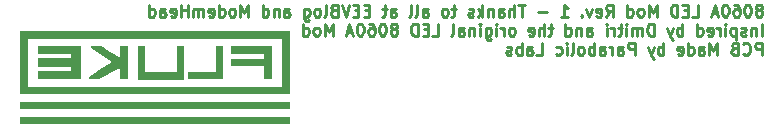
<source format=gbr>
%TF.GenerationSoftware,KiCad,Pcbnew,8.0.5*%
%TF.CreationDate,2024-09-28T22:07:55-04:00*%
%TF.ProjectId,Fluke_LCD,466c756b-655f-44c4-9344-2e6b69636164,rev?*%
%TF.SameCoordinates,Original*%
%TF.FileFunction,Legend,Bot*%
%TF.FilePolarity,Positive*%
%FSLAX46Y46*%
G04 Gerber Fmt 4.6, Leading zero omitted, Abs format (unit mm)*
G04 Created by KiCad (PCBNEW 8.0.5) date 2024-09-28 22:07:55*
%MOMM*%
%LPD*%
G01*
G04 APERTURE LIST*
%ADD10C,0.250000*%
%ADD11C,0.000000*%
G04 APERTURE END LIST*
D10*
X243404574Y-126903302D02*
X243499812Y-126855683D01*
X243499812Y-126855683D02*
X243547431Y-126808064D01*
X243547431Y-126808064D02*
X243595050Y-126712826D01*
X243595050Y-126712826D02*
X243595050Y-126665207D01*
X243595050Y-126665207D02*
X243547431Y-126569969D01*
X243547431Y-126569969D02*
X243499812Y-126522350D01*
X243499812Y-126522350D02*
X243404574Y-126474731D01*
X243404574Y-126474731D02*
X243214098Y-126474731D01*
X243214098Y-126474731D02*
X243118860Y-126522350D01*
X243118860Y-126522350D02*
X243071241Y-126569969D01*
X243071241Y-126569969D02*
X243023622Y-126665207D01*
X243023622Y-126665207D02*
X243023622Y-126712826D01*
X243023622Y-126712826D02*
X243071241Y-126808064D01*
X243071241Y-126808064D02*
X243118860Y-126855683D01*
X243118860Y-126855683D02*
X243214098Y-126903302D01*
X243214098Y-126903302D02*
X243404574Y-126903302D01*
X243404574Y-126903302D02*
X243499812Y-126950921D01*
X243499812Y-126950921D02*
X243547431Y-126998540D01*
X243547431Y-126998540D02*
X243595050Y-127093778D01*
X243595050Y-127093778D02*
X243595050Y-127284254D01*
X243595050Y-127284254D02*
X243547431Y-127379492D01*
X243547431Y-127379492D02*
X243499812Y-127427112D01*
X243499812Y-127427112D02*
X243404574Y-127474731D01*
X243404574Y-127474731D02*
X243214098Y-127474731D01*
X243214098Y-127474731D02*
X243118860Y-127427112D01*
X243118860Y-127427112D02*
X243071241Y-127379492D01*
X243071241Y-127379492D02*
X243023622Y-127284254D01*
X243023622Y-127284254D02*
X243023622Y-127093778D01*
X243023622Y-127093778D02*
X243071241Y-126998540D01*
X243071241Y-126998540D02*
X243118860Y-126950921D01*
X243118860Y-126950921D02*
X243214098Y-126903302D01*
X242404574Y-126474731D02*
X242309336Y-126474731D01*
X242309336Y-126474731D02*
X242214098Y-126522350D01*
X242214098Y-126522350D02*
X242166479Y-126569969D01*
X242166479Y-126569969D02*
X242118860Y-126665207D01*
X242118860Y-126665207D02*
X242071241Y-126855683D01*
X242071241Y-126855683D02*
X242071241Y-127093778D01*
X242071241Y-127093778D02*
X242118860Y-127284254D01*
X242118860Y-127284254D02*
X242166479Y-127379492D01*
X242166479Y-127379492D02*
X242214098Y-127427112D01*
X242214098Y-127427112D02*
X242309336Y-127474731D01*
X242309336Y-127474731D02*
X242404574Y-127474731D01*
X242404574Y-127474731D02*
X242499812Y-127427112D01*
X242499812Y-127427112D02*
X242547431Y-127379492D01*
X242547431Y-127379492D02*
X242595050Y-127284254D01*
X242595050Y-127284254D02*
X242642669Y-127093778D01*
X242642669Y-127093778D02*
X242642669Y-126855683D01*
X242642669Y-126855683D02*
X242595050Y-126665207D01*
X242595050Y-126665207D02*
X242547431Y-126569969D01*
X242547431Y-126569969D02*
X242499812Y-126522350D01*
X242499812Y-126522350D02*
X242404574Y-126474731D01*
X241214098Y-126474731D02*
X241404574Y-126474731D01*
X241404574Y-126474731D02*
X241499812Y-126522350D01*
X241499812Y-126522350D02*
X241547431Y-126569969D01*
X241547431Y-126569969D02*
X241642669Y-126712826D01*
X241642669Y-126712826D02*
X241690288Y-126903302D01*
X241690288Y-126903302D02*
X241690288Y-127284254D01*
X241690288Y-127284254D02*
X241642669Y-127379492D01*
X241642669Y-127379492D02*
X241595050Y-127427112D01*
X241595050Y-127427112D02*
X241499812Y-127474731D01*
X241499812Y-127474731D02*
X241309336Y-127474731D01*
X241309336Y-127474731D02*
X241214098Y-127427112D01*
X241214098Y-127427112D02*
X241166479Y-127379492D01*
X241166479Y-127379492D02*
X241118860Y-127284254D01*
X241118860Y-127284254D02*
X241118860Y-127046159D01*
X241118860Y-127046159D02*
X241166479Y-126950921D01*
X241166479Y-126950921D02*
X241214098Y-126903302D01*
X241214098Y-126903302D02*
X241309336Y-126855683D01*
X241309336Y-126855683D02*
X241499812Y-126855683D01*
X241499812Y-126855683D02*
X241595050Y-126903302D01*
X241595050Y-126903302D02*
X241642669Y-126950921D01*
X241642669Y-126950921D02*
X241690288Y-127046159D01*
X240499812Y-126474731D02*
X240404574Y-126474731D01*
X240404574Y-126474731D02*
X240309336Y-126522350D01*
X240309336Y-126522350D02*
X240261717Y-126569969D01*
X240261717Y-126569969D02*
X240214098Y-126665207D01*
X240214098Y-126665207D02*
X240166479Y-126855683D01*
X240166479Y-126855683D02*
X240166479Y-127093778D01*
X240166479Y-127093778D02*
X240214098Y-127284254D01*
X240214098Y-127284254D02*
X240261717Y-127379492D01*
X240261717Y-127379492D02*
X240309336Y-127427112D01*
X240309336Y-127427112D02*
X240404574Y-127474731D01*
X240404574Y-127474731D02*
X240499812Y-127474731D01*
X240499812Y-127474731D02*
X240595050Y-127427112D01*
X240595050Y-127427112D02*
X240642669Y-127379492D01*
X240642669Y-127379492D02*
X240690288Y-127284254D01*
X240690288Y-127284254D02*
X240737907Y-127093778D01*
X240737907Y-127093778D02*
X240737907Y-126855683D01*
X240737907Y-126855683D02*
X240690288Y-126665207D01*
X240690288Y-126665207D02*
X240642669Y-126569969D01*
X240642669Y-126569969D02*
X240595050Y-126522350D01*
X240595050Y-126522350D02*
X240499812Y-126474731D01*
X239785526Y-127189016D02*
X239309336Y-127189016D01*
X239880764Y-127474731D02*
X239547431Y-126474731D01*
X239547431Y-126474731D02*
X239214098Y-127474731D01*
X237642669Y-127474731D02*
X238118859Y-127474731D01*
X238118859Y-127474731D02*
X238118859Y-126474731D01*
X237309335Y-126950921D02*
X236976002Y-126950921D01*
X236833145Y-127474731D02*
X237309335Y-127474731D01*
X237309335Y-127474731D02*
X237309335Y-126474731D01*
X237309335Y-126474731D02*
X236833145Y-126474731D01*
X236404573Y-127474731D02*
X236404573Y-126474731D01*
X236404573Y-126474731D02*
X236166478Y-126474731D01*
X236166478Y-126474731D02*
X236023621Y-126522350D01*
X236023621Y-126522350D02*
X235928383Y-126617588D01*
X235928383Y-126617588D02*
X235880764Y-126712826D01*
X235880764Y-126712826D02*
X235833145Y-126903302D01*
X235833145Y-126903302D02*
X235833145Y-127046159D01*
X235833145Y-127046159D02*
X235880764Y-127236635D01*
X235880764Y-127236635D02*
X235928383Y-127331873D01*
X235928383Y-127331873D02*
X236023621Y-127427112D01*
X236023621Y-127427112D02*
X236166478Y-127474731D01*
X236166478Y-127474731D02*
X236404573Y-127474731D01*
X234642668Y-127474731D02*
X234642668Y-126474731D01*
X234642668Y-126474731D02*
X234309335Y-127189016D01*
X234309335Y-127189016D02*
X233976002Y-126474731D01*
X233976002Y-126474731D02*
X233976002Y-127474731D01*
X233356954Y-127474731D02*
X233452192Y-127427112D01*
X233452192Y-127427112D02*
X233499811Y-127379492D01*
X233499811Y-127379492D02*
X233547430Y-127284254D01*
X233547430Y-127284254D02*
X233547430Y-126998540D01*
X233547430Y-126998540D02*
X233499811Y-126903302D01*
X233499811Y-126903302D02*
X233452192Y-126855683D01*
X233452192Y-126855683D02*
X233356954Y-126808064D01*
X233356954Y-126808064D02*
X233214097Y-126808064D01*
X233214097Y-126808064D02*
X233118859Y-126855683D01*
X233118859Y-126855683D02*
X233071240Y-126903302D01*
X233071240Y-126903302D02*
X233023621Y-126998540D01*
X233023621Y-126998540D02*
X233023621Y-127284254D01*
X233023621Y-127284254D02*
X233071240Y-127379492D01*
X233071240Y-127379492D02*
X233118859Y-127427112D01*
X233118859Y-127427112D02*
X233214097Y-127474731D01*
X233214097Y-127474731D02*
X233356954Y-127474731D01*
X232166478Y-127474731D02*
X232166478Y-126474731D01*
X232166478Y-127427112D02*
X232261716Y-127474731D01*
X232261716Y-127474731D02*
X232452192Y-127474731D01*
X232452192Y-127474731D02*
X232547430Y-127427112D01*
X232547430Y-127427112D02*
X232595049Y-127379492D01*
X232595049Y-127379492D02*
X232642668Y-127284254D01*
X232642668Y-127284254D02*
X232642668Y-126998540D01*
X232642668Y-126998540D02*
X232595049Y-126903302D01*
X232595049Y-126903302D02*
X232547430Y-126855683D01*
X232547430Y-126855683D02*
X232452192Y-126808064D01*
X232452192Y-126808064D02*
X232261716Y-126808064D01*
X232261716Y-126808064D02*
X232166478Y-126855683D01*
X230356954Y-127474731D02*
X230690287Y-126998540D01*
X230928382Y-127474731D02*
X230928382Y-126474731D01*
X230928382Y-126474731D02*
X230547430Y-126474731D01*
X230547430Y-126474731D02*
X230452192Y-126522350D01*
X230452192Y-126522350D02*
X230404573Y-126569969D01*
X230404573Y-126569969D02*
X230356954Y-126665207D01*
X230356954Y-126665207D02*
X230356954Y-126808064D01*
X230356954Y-126808064D02*
X230404573Y-126903302D01*
X230404573Y-126903302D02*
X230452192Y-126950921D01*
X230452192Y-126950921D02*
X230547430Y-126998540D01*
X230547430Y-126998540D02*
X230928382Y-126998540D01*
X229547430Y-127427112D02*
X229642668Y-127474731D01*
X229642668Y-127474731D02*
X229833144Y-127474731D01*
X229833144Y-127474731D02*
X229928382Y-127427112D01*
X229928382Y-127427112D02*
X229976001Y-127331873D01*
X229976001Y-127331873D02*
X229976001Y-126950921D01*
X229976001Y-126950921D02*
X229928382Y-126855683D01*
X229928382Y-126855683D02*
X229833144Y-126808064D01*
X229833144Y-126808064D02*
X229642668Y-126808064D01*
X229642668Y-126808064D02*
X229547430Y-126855683D01*
X229547430Y-126855683D02*
X229499811Y-126950921D01*
X229499811Y-126950921D02*
X229499811Y-127046159D01*
X229499811Y-127046159D02*
X229976001Y-127141397D01*
X229166477Y-126808064D02*
X228928382Y-127474731D01*
X228928382Y-127474731D02*
X228690287Y-126808064D01*
X228309334Y-127379492D02*
X228261715Y-127427112D01*
X228261715Y-127427112D02*
X228309334Y-127474731D01*
X228309334Y-127474731D02*
X228356953Y-127427112D01*
X228356953Y-127427112D02*
X228309334Y-127379492D01*
X228309334Y-127379492D02*
X228309334Y-127474731D01*
X226547430Y-127474731D02*
X227118858Y-127474731D01*
X226833144Y-127474731D02*
X226833144Y-126474731D01*
X226833144Y-126474731D02*
X226928382Y-126617588D01*
X226928382Y-126617588D02*
X227023620Y-126712826D01*
X227023620Y-126712826D02*
X227118858Y-126760445D01*
X225356953Y-127093778D02*
X224595049Y-127093778D01*
X223499810Y-126474731D02*
X222928382Y-126474731D01*
X223214096Y-127474731D02*
X223214096Y-126474731D01*
X222595048Y-127474731D02*
X222595048Y-126474731D01*
X222166477Y-127474731D02*
X222166477Y-126950921D01*
X222166477Y-126950921D02*
X222214096Y-126855683D01*
X222214096Y-126855683D02*
X222309334Y-126808064D01*
X222309334Y-126808064D02*
X222452191Y-126808064D01*
X222452191Y-126808064D02*
X222547429Y-126855683D01*
X222547429Y-126855683D02*
X222595048Y-126903302D01*
X221261715Y-127474731D02*
X221261715Y-126950921D01*
X221261715Y-126950921D02*
X221309334Y-126855683D01*
X221309334Y-126855683D02*
X221404572Y-126808064D01*
X221404572Y-126808064D02*
X221595048Y-126808064D01*
X221595048Y-126808064D02*
X221690286Y-126855683D01*
X221261715Y-127427112D02*
X221356953Y-127474731D01*
X221356953Y-127474731D02*
X221595048Y-127474731D01*
X221595048Y-127474731D02*
X221690286Y-127427112D01*
X221690286Y-127427112D02*
X221737905Y-127331873D01*
X221737905Y-127331873D02*
X221737905Y-127236635D01*
X221737905Y-127236635D02*
X221690286Y-127141397D01*
X221690286Y-127141397D02*
X221595048Y-127093778D01*
X221595048Y-127093778D02*
X221356953Y-127093778D01*
X221356953Y-127093778D02*
X221261715Y-127046159D01*
X220785524Y-126808064D02*
X220785524Y-127474731D01*
X220785524Y-126903302D02*
X220737905Y-126855683D01*
X220737905Y-126855683D02*
X220642667Y-126808064D01*
X220642667Y-126808064D02*
X220499810Y-126808064D01*
X220499810Y-126808064D02*
X220404572Y-126855683D01*
X220404572Y-126855683D02*
X220356953Y-126950921D01*
X220356953Y-126950921D02*
X220356953Y-127474731D01*
X219880762Y-127474731D02*
X219880762Y-126474731D01*
X219785524Y-127093778D02*
X219499810Y-127474731D01*
X219499810Y-126808064D02*
X219880762Y-127189016D01*
X219118857Y-127427112D02*
X219023619Y-127474731D01*
X219023619Y-127474731D02*
X218833143Y-127474731D01*
X218833143Y-127474731D02*
X218737905Y-127427112D01*
X218737905Y-127427112D02*
X218690286Y-127331873D01*
X218690286Y-127331873D02*
X218690286Y-127284254D01*
X218690286Y-127284254D02*
X218737905Y-127189016D01*
X218737905Y-127189016D02*
X218833143Y-127141397D01*
X218833143Y-127141397D02*
X218976000Y-127141397D01*
X218976000Y-127141397D02*
X219071238Y-127093778D01*
X219071238Y-127093778D02*
X219118857Y-126998540D01*
X219118857Y-126998540D02*
X219118857Y-126950921D01*
X219118857Y-126950921D02*
X219071238Y-126855683D01*
X219071238Y-126855683D02*
X218976000Y-126808064D01*
X218976000Y-126808064D02*
X218833143Y-126808064D01*
X218833143Y-126808064D02*
X218737905Y-126855683D01*
X217642666Y-126808064D02*
X217261714Y-126808064D01*
X217499809Y-126474731D02*
X217499809Y-127331873D01*
X217499809Y-127331873D02*
X217452190Y-127427112D01*
X217452190Y-127427112D02*
X217356952Y-127474731D01*
X217356952Y-127474731D02*
X217261714Y-127474731D01*
X216785523Y-127474731D02*
X216880761Y-127427112D01*
X216880761Y-127427112D02*
X216928380Y-127379492D01*
X216928380Y-127379492D02*
X216975999Y-127284254D01*
X216975999Y-127284254D02*
X216975999Y-126998540D01*
X216975999Y-126998540D02*
X216928380Y-126903302D01*
X216928380Y-126903302D02*
X216880761Y-126855683D01*
X216880761Y-126855683D02*
X216785523Y-126808064D01*
X216785523Y-126808064D02*
X216642666Y-126808064D01*
X216642666Y-126808064D02*
X216547428Y-126855683D01*
X216547428Y-126855683D02*
X216499809Y-126903302D01*
X216499809Y-126903302D02*
X216452190Y-126998540D01*
X216452190Y-126998540D02*
X216452190Y-127284254D01*
X216452190Y-127284254D02*
X216499809Y-127379492D01*
X216499809Y-127379492D02*
X216547428Y-127427112D01*
X216547428Y-127427112D02*
X216642666Y-127474731D01*
X216642666Y-127474731D02*
X216785523Y-127474731D01*
X214833142Y-127474731D02*
X214833142Y-126950921D01*
X214833142Y-126950921D02*
X214880761Y-126855683D01*
X214880761Y-126855683D02*
X214975999Y-126808064D01*
X214975999Y-126808064D02*
X215166475Y-126808064D01*
X215166475Y-126808064D02*
X215261713Y-126855683D01*
X214833142Y-127427112D02*
X214928380Y-127474731D01*
X214928380Y-127474731D02*
X215166475Y-127474731D01*
X215166475Y-127474731D02*
X215261713Y-127427112D01*
X215261713Y-127427112D02*
X215309332Y-127331873D01*
X215309332Y-127331873D02*
X215309332Y-127236635D01*
X215309332Y-127236635D02*
X215261713Y-127141397D01*
X215261713Y-127141397D02*
X215166475Y-127093778D01*
X215166475Y-127093778D02*
X214928380Y-127093778D01*
X214928380Y-127093778D02*
X214833142Y-127046159D01*
X214214094Y-127474731D02*
X214309332Y-127427112D01*
X214309332Y-127427112D02*
X214356951Y-127331873D01*
X214356951Y-127331873D02*
X214356951Y-126474731D01*
X213690284Y-127474731D02*
X213785522Y-127427112D01*
X213785522Y-127427112D02*
X213833141Y-127331873D01*
X213833141Y-127331873D02*
X213833141Y-126474731D01*
X212118855Y-127474731D02*
X212118855Y-126950921D01*
X212118855Y-126950921D02*
X212166474Y-126855683D01*
X212166474Y-126855683D02*
X212261712Y-126808064D01*
X212261712Y-126808064D02*
X212452188Y-126808064D01*
X212452188Y-126808064D02*
X212547426Y-126855683D01*
X212118855Y-127427112D02*
X212214093Y-127474731D01*
X212214093Y-127474731D02*
X212452188Y-127474731D01*
X212452188Y-127474731D02*
X212547426Y-127427112D01*
X212547426Y-127427112D02*
X212595045Y-127331873D01*
X212595045Y-127331873D02*
X212595045Y-127236635D01*
X212595045Y-127236635D02*
X212547426Y-127141397D01*
X212547426Y-127141397D02*
X212452188Y-127093778D01*
X212452188Y-127093778D02*
X212214093Y-127093778D01*
X212214093Y-127093778D02*
X212118855Y-127046159D01*
X211785521Y-126808064D02*
X211404569Y-126808064D01*
X211642664Y-126474731D02*
X211642664Y-127331873D01*
X211642664Y-127331873D02*
X211595045Y-127427112D01*
X211595045Y-127427112D02*
X211499807Y-127474731D01*
X211499807Y-127474731D02*
X211404569Y-127474731D01*
X210309330Y-126950921D02*
X209975997Y-126950921D01*
X209833140Y-127474731D02*
X210309330Y-127474731D01*
X210309330Y-127474731D02*
X210309330Y-126474731D01*
X210309330Y-126474731D02*
X209833140Y-126474731D01*
X209404568Y-126950921D02*
X209071235Y-126950921D01*
X208928378Y-127474731D02*
X209404568Y-127474731D01*
X209404568Y-127474731D02*
X209404568Y-126474731D01*
X209404568Y-126474731D02*
X208928378Y-126474731D01*
X208642663Y-126474731D02*
X208309330Y-127474731D01*
X208309330Y-127474731D02*
X207975997Y-126474731D01*
X207309330Y-126950921D02*
X207166473Y-126998540D01*
X207166473Y-126998540D02*
X207118854Y-127046159D01*
X207118854Y-127046159D02*
X207071235Y-127141397D01*
X207071235Y-127141397D02*
X207071235Y-127284254D01*
X207071235Y-127284254D02*
X207118854Y-127379492D01*
X207118854Y-127379492D02*
X207166473Y-127427112D01*
X207166473Y-127427112D02*
X207261711Y-127474731D01*
X207261711Y-127474731D02*
X207642663Y-127474731D01*
X207642663Y-127474731D02*
X207642663Y-126474731D01*
X207642663Y-126474731D02*
X207309330Y-126474731D01*
X207309330Y-126474731D02*
X207214092Y-126522350D01*
X207214092Y-126522350D02*
X207166473Y-126569969D01*
X207166473Y-126569969D02*
X207118854Y-126665207D01*
X207118854Y-126665207D02*
X207118854Y-126760445D01*
X207118854Y-126760445D02*
X207166473Y-126855683D01*
X207166473Y-126855683D02*
X207214092Y-126903302D01*
X207214092Y-126903302D02*
X207309330Y-126950921D01*
X207309330Y-126950921D02*
X207642663Y-126950921D01*
X206499806Y-127474731D02*
X206595044Y-127427112D01*
X206595044Y-127427112D02*
X206642663Y-127331873D01*
X206642663Y-127331873D02*
X206642663Y-126474731D01*
X205975996Y-127474731D02*
X206071234Y-127427112D01*
X206071234Y-127427112D02*
X206118853Y-127379492D01*
X206118853Y-127379492D02*
X206166472Y-127284254D01*
X206166472Y-127284254D02*
X206166472Y-126998540D01*
X206166472Y-126998540D02*
X206118853Y-126903302D01*
X206118853Y-126903302D02*
X206071234Y-126855683D01*
X206071234Y-126855683D02*
X205975996Y-126808064D01*
X205975996Y-126808064D02*
X205833139Y-126808064D01*
X205833139Y-126808064D02*
X205737901Y-126855683D01*
X205737901Y-126855683D02*
X205690282Y-126903302D01*
X205690282Y-126903302D02*
X205642663Y-126998540D01*
X205642663Y-126998540D02*
X205642663Y-127284254D01*
X205642663Y-127284254D02*
X205690282Y-127379492D01*
X205690282Y-127379492D02*
X205737901Y-127427112D01*
X205737901Y-127427112D02*
X205833139Y-127474731D01*
X205833139Y-127474731D02*
X205975996Y-127474731D01*
X204785520Y-126808064D02*
X204785520Y-127617588D01*
X204785520Y-127617588D02*
X204833139Y-127712826D01*
X204833139Y-127712826D02*
X204880758Y-127760445D01*
X204880758Y-127760445D02*
X204975996Y-127808064D01*
X204975996Y-127808064D02*
X205118853Y-127808064D01*
X205118853Y-127808064D02*
X205214091Y-127760445D01*
X204785520Y-127427112D02*
X204880758Y-127474731D01*
X204880758Y-127474731D02*
X205071234Y-127474731D01*
X205071234Y-127474731D02*
X205166472Y-127427112D01*
X205166472Y-127427112D02*
X205214091Y-127379492D01*
X205214091Y-127379492D02*
X205261710Y-127284254D01*
X205261710Y-127284254D02*
X205261710Y-126998540D01*
X205261710Y-126998540D02*
X205214091Y-126903302D01*
X205214091Y-126903302D02*
X205166472Y-126855683D01*
X205166472Y-126855683D02*
X205071234Y-126808064D01*
X205071234Y-126808064D02*
X204880758Y-126808064D01*
X204880758Y-126808064D02*
X204785520Y-126855683D01*
X203118853Y-127474731D02*
X203118853Y-126950921D01*
X203118853Y-126950921D02*
X203166472Y-126855683D01*
X203166472Y-126855683D02*
X203261710Y-126808064D01*
X203261710Y-126808064D02*
X203452186Y-126808064D01*
X203452186Y-126808064D02*
X203547424Y-126855683D01*
X203118853Y-127427112D02*
X203214091Y-127474731D01*
X203214091Y-127474731D02*
X203452186Y-127474731D01*
X203452186Y-127474731D02*
X203547424Y-127427112D01*
X203547424Y-127427112D02*
X203595043Y-127331873D01*
X203595043Y-127331873D02*
X203595043Y-127236635D01*
X203595043Y-127236635D02*
X203547424Y-127141397D01*
X203547424Y-127141397D02*
X203452186Y-127093778D01*
X203452186Y-127093778D02*
X203214091Y-127093778D01*
X203214091Y-127093778D02*
X203118853Y-127046159D01*
X202642662Y-126808064D02*
X202642662Y-127474731D01*
X202642662Y-126903302D02*
X202595043Y-126855683D01*
X202595043Y-126855683D02*
X202499805Y-126808064D01*
X202499805Y-126808064D02*
X202356948Y-126808064D01*
X202356948Y-126808064D02*
X202261710Y-126855683D01*
X202261710Y-126855683D02*
X202214091Y-126950921D01*
X202214091Y-126950921D02*
X202214091Y-127474731D01*
X201309329Y-127474731D02*
X201309329Y-126474731D01*
X201309329Y-127427112D02*
X201404567Y-127474731D01*
X201404567Y-127474731D02*
X201595043Y-127474731D01*
X201595043Y-127474731D02*
X201690281Y-127427112D01*
X201690281Y-127427112D02*
X201737900Y-127379492D01*
X201737900Y-127379492D02*
X201785519Y-127284254D01*
X201785519Y-127284254D02*
X201785519Y-126998540D01*
X201785519Y-126998540D02*
X201737900Y-126903302D01*
X201737900Y-126903302D02*
X201690281Y-126855683D01*
X201690281Y-126855683D02*
X201595043Y-126808064D01*
X201595043Y-126808064D02*
X201404567Y-126808064D01*
X201404567Y-126808064D02*
X201309329Y-126855683D01*
X200071233Y-127474731D02*
X200071233Y-126474731D01*
X200071233Y-126474731D02*
X199737900Y-127189016D01*
X199737900Y-127189016D02*
X199404567Y-126474731D01*
X199404567Y-126474731D02*
X199404567Y-127474731D01*
X198785519Y-127474731D02*
X198880757Y-127427112D01*
X198880757Y-127427112D02*
X198928376Y-127379492D01*
X198928376Y-127379492D02*
X198975995Y-127284254D01*
X198975995Y-127284254D02*
X198975995Y-126998540D01*
X198975995Y-126998540D02*
X198928376Y-126903302D01*
X198928376Y-126903302D02*
X198880757Y-126855683D01*
X198880757Y-126855683D02*
X198785519Y-126808064D01*
X198785519Y-126808064D02*
X198642662Y-126808064D01*
X198642662Y-126808064D02*
X198547424Y-126855683D01*
X198547424Y-126855683D02*
X198499805Y-126903302D01*
X198499805Y-126903302D02*
X198452186Y-126998540D01*
X198452186Y-126998540D02*
X198452186Y-127284254D01*
X198452186Y-127284254D02*
X198499805Y-127379492D01*
X198499805Y-127379492D02*
X198547424Y-127427112D01*
X198547424Y-127427112D02*
X198642662Y-127474731D01*
X198642662Y-127474731D02*
X198785519Y-127474731D01*
X197595043Y-127474731D02*
X197595043Y-126474731D01*
X197595043Y-127427112D02*
X197690281Y-127474731D01*
X197690281Y-127474731D02*
X197880757Y-127474731D01*
X197880757Y-127474731D02*
X197975995Y-127427112D01*
X197975995Y-127427112D02*
X198023614Y-127379492D01*
X198023614Y-127379492D02*
X198071233Y-127284254D01*
X198071233Y-127284254D02*
X198071233Y-126998540D01*
X198071233Y-126998540D02*
X198023614Y-126903302D01*
X198023614Y-126903302D02*
X197975995Y-126855683D01*
X197975995Y-126855683D02*
X197880757Y-126808064D01*
X197880757Y-126808064D02*
X197690281Y-126808064D01*
X197690281Y-126808064D02*
X197595043Y-126855683D01*
X196737900Y-127427112D02*
X196833138Y-127474731D01*
X196833138Y-127474731D02*
X197023614Y-127474731D01*
X197023614Y-127474731D02*
X197118852Y-127427112D01*
X197118852Y-127427112D02*
X197166471Y-127331873D01*
X197166471Y-127331873D02*
X197166471Y-126950921D01*
X197166471Y-126950921D02*
X197118852Y-126855683D01*
X197118852Y-126855683D02*
X197023614Y-126808064D01*
X197023614Y-126808064D02*
X196833138Y-126808064D01*
X196833138Y-126808064D02*
X196737900Y-126855683D01*
X196737900Y-126855683D02*
X196690281Y-126950921D01*
X196690281Y-126950921D02*
X196690281Y-127046159D01*
X196690281Y-127046159D02*
X197166471Y-127141397D01*
X196261709Y-127474731D02*
X196261709Y-126808064D01*
X196261709Y-126903302D02*
X196214090Y-126855683D01*
X196214090Y-126855683D02*
X196118852Y-126808064D01*
X196118852Y-126808064D02*
X195975995Y-126808064D01*
X195975995Y-126808064D02*
X195880757Y-126855683D01*
X195880757Y-126855683D02*
X195833138Y-126950921D01*
X195833138Y-126950921D02*
X195833138Y-127474731D01*
X195833138Y-126950921D02*
X195785519Y-126855683D01*
X195785519Y-126855683D02*
X195690281Y-126808064D01*
X195690281Y-126808064D02*
X195547424Y-126808064D01*
X195547424Y-126808064D02*
X195452185Y-126855683D01*
X195452185Y-126855683D02*
X195404566Y-126950921D01*
X195404566Y-126950921D02*
X195404566Y-127474731D01*
X194928376Y-127474731D02*
X194928376Y-126474731D01*
X194928376Y-126950921D02*
X194356948Y-126950921D01*
X194356948Y-127474731D02*
X194356948Y-126474731D01*
X193499805Y-127427112D02*
X193595043Y-127474731D01*
X193595043Y-127474731D02*
X193785519Y-127474731D01*
X193785519Y-127474731D02*
X193880757Y-127427112D01*
X193880757Y-127427112D02*
X193928376Y-127331873D01*
X193928376Y-127331873D02*
X193928376Y-126950921D01*
X193928376Y-126950921D02*
X193880757Y-126855683D01*
X193880757Y-126855683D02*
X193785519Y-126808064D01*
X193785519Y-126808064D02*
X193595043Y-126808064D01*
X193595043Y-126808064D02*
X193499805Y-126855683D01*
X193499805Y-126855683D02*
X193452186Y-126950921D01*
X193452186Y-126950921D02*
X193452186Y-127046159D01*
X193452186Y-127046159D02*
X193928376Y-127141397D01*
X192595043Y-127474731D02*
X192595043Y-126950921D01*
X192595043Y-126950921D02*
X192642662Y-126855683D01*
X192642662Y-126855683D02*
X192737900Y-126808064D01*
X192737900Y-126808064D02*
X192928376Y-126808064D01*
X192928376Y-126808064D02*
X193023614Y-126855683D01*
X192595043Y-127427112D02*
X192690281Y-127474731D01*
X192690281Y-127474731D02*
X192928376Y-127474731D01*
X192928376Y-127474731D02*
X193023614Y-127427112D01*
X193023614Y-127427112D02*
X193071233Y-127331873D01*
X193071233Y-127331873D02*
X193071233Y-127236635D01*
X193071233Y-127236635D02*
X193023614Y-127141397D01*
X193023614Y-127141397D02*
X192928376Y-127093778D01*
X192928376Y-127093778D02*
X192690281Y-127093778D01*
X192690281Y-127093778D02*
X192595043Y-127046159D01*
X191690281Y-127474731D02*
X191690281Y-126474731D01*
X191690281Y-127427112D02*
X191785519Y-127474731D01*
X191785519Y-127474731D02*
X191975995Y-127474731D01*
X191975995Y-127474731D02*
X192071233Y-127427112D01*
X192071233Y-127427112D02*
X192118852Y-127379492D01*
X192118852Y-127379492D02*
X192166471Y-127284254D01*
X192166471Y-127284254D02*
X192166471Y-126998540D01*
X192166471Y-126998540D02*
X192118852Y-126903302D01*
X192118852Y-126903302D02*
X192071233Y-126855683D01*
X192071233Y-126855683D02*
X191975995Y-126808064D01*
X191975995Y-126808064D02*
X191785519Y-126808064D01*
X191785519Y-126808064D02*
X191690281Y-126855683D01*
X243547431Y-129084675D02*
X243547431Y-128084675D01*
X243071241Y-128418008D02*
X243071241Y-129084675D01*
X243071241Y-128513246D02*
X243023622Y-128465627D01*
X243023622Y-128465627D02*
X242928384Y-128418008D01*
X242928384Y-128418008D02*
X242785527Y-128418008D01*
X242785527Y-128418008D02*
X242690289Y-128465627D01*
X242690289Y-128465627D02*
X242642670Y-128560865D01*
X242642670Y-128560865D02*
X242642670Y-129084675D01*
X242214098Y-129037056D02*
X242118860Y-129084675D01*
X242118860Y-129084675D02*
X241928384Y-129084675D01*
X241928384Y-129084675D02*
X241833146Y-129037056D01*
X241833146Y-129037056D02*
X241785527Y-128941817D01*
X241785527Y-128941817D02*
X241785527Y-128894198D01*
X241785527Y-128894198D02*
X241833146Y-128798960D01*
X241833146Y-128798960D02*
X241928384Y-128751341D01*
X241928384Y-128751341D02*
X242071241Y-128751341D01*
X242071241Y-128751341D02*
X242166479Y-128703722D01*
X242166479Y-128703722D02*
X242214098Y-128608484D01*
X242214098Y-128608484D02*
X242214098Y-128560865D01*
X242214098Y-128560865D02*
X242166479Y-128465627D01*
X242166479Y-128465627D02*
X242071241Y-128418008D01*
X242071241Y-128418008D02*
X241928384Y-128418008D01*
X241928384Y-128418008D02*
X241833146Y-128465627D01*
X241356955Y-128418008D02*
X241356955Y-129418008D01*
X241356955Y-128465627D02*
X241261717Y-128418008D01*
X241261717Y-128418008D02*
X241071241Y-128418008D01*
X241071241Y-128418008D02*
X240976003Y-128465627D01*
X240976003Y-128465627D02*
X240928384Y-128513246D01*
X240928384Y-128513246D02*
X240880765Y-128608484D01*
X240880765Y-128608484D02*
X240880765Y-128894198D01*
X240880765Y-128894198D02*
X240928384Y-128989436D01*
X240928384Y-128989436D02*
X240976003Y-129037056D01*
X240976003Y-129037056D02*
X241071241Y-129084675D01*
X241071241Y-129084675D02*
X241261717Y-129084675D01*
X241261717Y-129084675D02*
X241356955Y-129037056D01*
X240452193Y-129084675D02*
X240452193Y-128418008D01*
X240452193Y-128084675D02*
X240499812Y-128132294D01*
X240499812Y-128132294D02*
X240452193Y-128179913D01*
X240452193Y-128179913D02*
X240404574Y-128132294D01*
X240404574Y-128132294D02*
X240452193Y-128084675D01*
X240452193Y-128084675D02*
X240452193Y-128179913D01*
X239976003Y-129084675D02*
X239976003Y-128418008D01*
X239976003Y-128608484D02*
X239928384Y-128513246D01*
X239928384Y-128513246D02*
X239880765Y-128465627D01*
X239880765Y-128465627D02*
X239785527Y-128418008D01*
X239785527Y-128418008D02*
X239690289Y-128418008D01*
X238976003Y-129037056D02*
X239071241Y-129084675D01*
X239071241Y-129084675D02*
X239261717Y-129084675D01*
X239261717Y-129084675D02*
X239356955Y-129037056D01*
X239356955Y-129037056D02*
X239404574Y-128941817D01*
X239404574Y-128941817D02*
X239404574Y-128560865D01*
X239404574Y-128560865D02*
X239356955Y-128465627D01*
X239356955Y-128465627D02*
X239261717Y-128418008D01*
X239261717Y-128418008D02*
X239071241Y-128418008D01*
X239071241Y-128418008D02*
X238976003Y-128465627D01*
X238976003Y-128465627D02*
X238928384Y-128560865D01*
X238928384Y-128560865D02*
X238928384Y-128656103D01*
X238928384Y-128656103D02*
X239404574Y-128751341D01*
X238071241Y-129084675D02*
X238071241Y-128084675D01*
X238071241Y-129037056D02*
X238166479Y-129084675D01*
X238166479Y-129084675D02*
X238356955Y-129084675D01*
X238356955Y-129084675D02*
X238452193Y-129037056D01*
X238452193Y-129037056D02*
X238499812Y-128989436D01*
X238499812Y-128989436D02*
X238547431Y-128894198D01*
X238547431Y-128894198D02*
X238547431Y-128608484D01*
X238547431Y-128608484D02*
X238499812Y-128513246D01*
X238499812Y-128513246D02*
X238452193Y-128465627D01*
X238452193Y-128465627D02*
X238356955Y-128418008D01*
X238356955Y-128418008D02*
X238166479Y-128418008D01*
X238166479Y-128418008D02*
X238071241Y-128465627D01*
X236833145Y-129084675D02*
X236833145Y-128084675D01*
X236833145Y-128465627D02*
X236737907Y-128418008D01*
X236737907Y-128418008D02*
X236547431Y-128418008D01*
X236547431Y-128418008D02*
X236452193Y-128465627D01*
X236452193Y-128465627D02*
X236404574Y-128513246D01*
X236404574Y-128513246D02*
X236356955Y-128608484D01*
X236356955Y-128608484D02*
X236356955Y-128894198D01*
X236356955Y-128894198D02*
X236404574Y-128989436D01*
X236404574Y-128989436D02*
X236452193Y-129037056D01*
X236452193Y-129037056D02*
X236547431Y-129084675D01*
X236547431Y-129084675D02*
X236737907Y-129084675D01*
X236737907Y-129084675D02*
X236833145Y-129037056D01*
X236023621Y-128418008D02*
X235785526Y-129084675D01*
X235547431Y-128418008D02*
X235785526Y-129084675D01*
X235785526Y-129084675D02*
X235880764Y-129322770D01*
X235880764Y-129322770D02*
X235928383Y-129370389D01*
X235928383Y-129370389D02*
X236023621Y-129418008D01*
X234404573Y-129084675D02*
X234404573Y-128084675D01*
X234404573Y-128084675D02*
X234166478Y-128084675D01*
X234166478Y-128084675D02*
X234023621Y-128132294D01*
X234023621Y-128132294D02*
X233928383Y-128227532D01*
X233928383Y-128227532D02*
X233880764Y-128322770D01*
X233880764Y-128322770D02*
X233833145Y-128513246D01*
X233833145Y-128513246D02*
X233833145Y-128656103D01*
X233833145Y-128656103D02*
X233880764Y-128846579D01*
X233880764Y-128846579D02*
X233928383Y-128941817D01*
X233928383Y-128941817D02*
X234023621Y-129037056D01*
X234023621Y-129037056D02*
X234166478Y-129084675D01*
X234166478Y-129084675D02*
X234404573Y-129084675D01*
X233404573Y-129084675D02*
X233404573Y-128418008D01*
X233404573Y-128513246D02*
X233356954Y-128465627D01*
X233356954Y-128465627D02*
X233261716Y-128418008D01*
X233261716Y-128418008D02*
X233118859Y-128418008D01*
X233118859Y-128418008D02*
X233023621Y-128465627D01*
X233023621Y-128465627D02*
X232976002Y-128560865D01*
X232976002Y-128560865D02*
X232976002Y-129084675D01*
X232976002Y-128560865D02*
X232928383Y-128465627D01*
X232928383Y-128465627D02*
X232833145Y-128418008D01*
X232833145Y-128418008D02*
X232690288Y-128418008D01*
X232690288Y-128418008D02*
X232595049Y-128465627D01*
X232595049Y-128465627D02*
X232547430Y-128560865D01*
X232547430Y-128560865D02*
X232547430Y-129084675D01*
X232071240Y-129084675D02*
X232071240Y-128418008D01*
X232071240Y-128084675D02*
X232118859Y-128132294D01*
X232118859Y-128132294D02*
X232071240Y-128179913D01*
X232071240Y-128179913D02*
X232023621Y-128132294D01*
X232023621Y-128132294D02*
X232071240Y-128084675D01*
X232071240Y-128084675D02*
X232071240Y-128179913D01*
X231737907Y-128418008D02*
X231356955Y-128418008D01*
X231595050Y-128084675D02*
X231595050Y-128941817D01*
X231595050Y-128941817D02*
X231547431Y-129037056D01*
X231547431Y-129037056D02*
X231452193Y-129084675D01*
X231452193Y-129084675D02*
X231356955Y-129084675D01*
X231023621Y-129084675D02*
X231023621Y-128418008D01*
X231023621Y-128608484D02*
X230976002Y-128513246D01*
X230976002Y-128513246D02*
X230928383Y-128465627D01*
X230928383Y-128465627D02*
X230833145Y-128418008D01*
X230833145Y-128418008D02*
X230737907Y-128418008D01*
X230404573Y-129084675D02*
X230404573Y-128418008D01*
X230404573Y-128084675D02*
X230452192Y-128132294D01*
X230452192Y-128132294D02*
X230404573Y-128179913D01*
X230404573Y-128179913D02*
X230356954Y-128132294D01*
X230356954Y-128132294D02*
X230404573Y-128084675D01*
X230404573Y-128084675D02*
X230404573Y-128179913D01*
X228737907Y-129084675D02*
X228737907Y-128560865D01*
X228737907Y-128560865D02*
X228785526Y-128465627D01*
X228785526Y-128465627D02*
X228880764Y-128418008D01*
X228880764Y-128418008D02*
X229071240Y-128418008D01*
X229071240Y-128418008D02*
X229166478Y-128465627D01*
X228737907Y-129037056D02*
X228833145Y-129084675D01*
X228833145Y-129084675D02*
X229071240Y-129084675D01*
X229071240Y-129084675D02*
X229166478Y-129037056D01*
X229166478Y-129037056D02*
X229214097Y-128941817D01*
X229214097Y-128941817D02*
X229214097Y-128846579D01*
X229214097Y-128846579D02*
X229166478Y-128751341D01*
X229166478Y-128751341D02*
X229071240Y-128703722D01*
X229071240Y-128703722D02*
X228833145Y-128703722D01*
X228833145Y-128703722D02*
X228737907Y-128656103D01*
X228261716Y-128418008D02*
X228261716Y-129084675D01*
X228261716Y-128513246D02*
X228214097Y-128465627D01*
X228214097Y-128465627D02*
X228118859Y-128418008D01*
X228118859Y-128418008D02*
X227976002Y-128418008D01*
X227976002Y-128418008D02*
X227880764Y-128465627D01*
X227880764Y-128465627D02*
X227833145Y-128560865D01*
X227833145Y-128560865D02*
X227833145Y-129084675D01*
X226928383Y-129084675D02*
X226928383Y-128084675D01*
X226928383Y-129037056D02*
X227023621Y-129084675D01*
X227023621Y-129084675D02*
X227214097Y-129084675D01*
X227214097Y-129084675D02*
X227309335Y-129037056D01*
X227309335Y-129037056D02*
X227356954Y-128989436D01*
X227356954Y-128989436D02*
X227404573Y-128894198D01*
X227404573Y-128894198D02*
X227404573Y-128608484D01*
X227404573Y-128608484D02*
X227356954Y-128513246D01*
X227356954Y-128513246D02*
X227309335Y-128465627D01*
X227309335Y-128465627D02*
X227214097Y-128418008D01*
X227214097Y-128418008D02*
X227023621Y-128418008D01*
X227023621Y-128418008D02*
X226928383Y-128465627D01*
X225833144Y-128418008D02*
X225452192Y-128418008D01*
X225690287Y-128084675D02*
X225690287Y-128941817D01*
X225690287Y-128941817D02*
X225642668Y-129037056D01*
X225642668Y-129037056D02*
X225547430Y-129084675D01*
X225547430Y-129084675D02*
X225452192Y-129084675D01*
X225118858Y-129084675D02*
X225118858Y-128084675D01*
X224690287Y-129084675D02*
X224690287Y-128560865D01*
X224690287Y-128560865D02*
X224737906Y-128465627D01*
X224737906Y-128465627D02*
X224833144Y-128418008D01*
X224833144Y-128418008D02*
X224976001Y-128418008D01*
X224976001Y-128418008D02*
X225071239Y-128465627D01*
X225071239Y-128465627D02*
X225118858Y-128513246D01*
X223833144Y-129037056D02*
X223928382Y-129084675D01*
X223928382Y-129084675D02*
X224118858Y-129084675D01*
X224118858Y-129084675D02*
X224214096Y-129037056D01*
X224214096Y-129037056D02*
X224261715Y-128941817D01*
X224261715Y-128941817D02*
X224261715Y-128560865D01*
X224261715Y-128560865D02*
X224214096Y-128465627D01*
X224214096Y-128465627D02*
X224118858Y-128418008D01*
X224118858Y-128418008D02*
X223928382Y-128418008D01*
X223928382Y-128418008D02*
X223833144Y-128465627D01*
X223833144Y-128465627D02*
X223785525Y-128560865D01*
X223785525Y-128560865D02*
X223785525Y-128656103D01*
X223785525Y-128656103D02*
X224261715Y-128751341D01*
X222452191Y-129084675D02*
X222547429Y-129037056D01*
X222547429Y-129037056D02*
X222595048Y-128989436D01*
X222595048Y-128989436D02*
X222642667Y-128894198D01*
X222642667Y-128894198D02*
X222642667Y-128608484D01*
X222642667Y-128608484D02*
X222595048Y-128513246D01*
X222595048Y-128513246D02*
X222547429Y-128465627D01*
X222547429Y-128465627D02*
X222452191Y-128418008D01*
X222452191Y-128418008D02*
X222309334Y-128418008D01*
X222309334Y-128418008D02*
X222214096Y-128465627D01*
X222214096Y-128465627D02*
X222166477Y-128513246D01*
X222166477Y-128513246D02*
X222118858Y-128608484D01*
X222118858Y-128608484D02*
X222118858Y-128894198D01*
X222118858Y-128894198D02*
X222166477Y-128989436D01*
X222166477Y-128989436D02*
X222214096Y-129037056D01*
X222214096Y-129037056D02*
X222309334Y-129084675D01*
X222309334Y-129084675D02*
X222452191Y-129084675D01*
X221690286Y-129084675D02*
X221690286Y-128418008D01*
X221690286Y-128608484D02*
X221642667Y-128513246D01*
X221642667Y-128513246D02*
X221595048Y-128465627D01*
X221595048Y-128465627D02*
X221499810Y-128418008D01*
X221499810Y-128418008D02*
X221404572Y-128418008D01*
X221071238Y-129084675D02*
X221071238Y-128418008D01*
X221071238Y-128084675D02*
X221118857Y-128132294D01*
X221118857Y-128132294D02*
X221071238Y-128179913D01*
X221071238Y-128179913D02*
X221023619Y-128132294D01*
X221023619Y-128132294D02*
X221071238Y-128084675D01*
X221071238Y-128084675D02*
X221071238Y-128179913D01*
X220166477Y-128418008D02*
X220166477Y-129227532D01*
X220166477Y-129227532D02*
X220214096Y-129322770D01*
X220214096Y-129322770D02*
X220261715Y-129370389D01*
X220261715Y-129370389D02*
X220356953Y-129418008D01*
X220356953Y-129418008D02*
X220499810Y-129418008D01*
X220499810Y-129418008D02*
X220595048Y-129370389D01*
X220166477Y-129037056D02*
X220261715Y-129084675D01*
X220261715Y-129084675D02*
X220452191Y-129084675D01*
X220452191Y-129084675D02*
X220547429Y-129037056D01*
X220547429Y-129037056D02*
X220595048Y-128989436D01*
X220595048Y-128989436D02*
X220642667Y-128894198D01*
X220642667Y-128894198D02*
X220642667Y-128608484D01*
X220642667Y-128608484D02*
X220595048Y-128513246D01*
X220595048Y-128513246D02*
X220547429Y-128465627D01*
X220547429Y-128465627D02*
X220452191Y-128418008D01*
X220452191Y-128418008D02*
X220261715Y-128418008D01*
X220261715Y-128418008D02*
X220166477Y-128465627D01*
X219690286Y-129084675D02*
X219690286Y-128418008D01*
X219690286Y-128084675D02*
X219737905Y-128132294D01*
X219737905Y-128132294D02*
X219690286Y-128179913D01*
X219690286Y-128179913D02*
X219642667Y-128132294D01*
X219642667Y-128132294D02*
X219690286Y-128084675D01*
X219690286Y-128084675D02*
X219690286Y-128179913D01*
X219214096Y-128418008D02*
X219214096Y-129084675D01*
X219214096Y-128513246D02*
X219166477Y-128465627D01*
X219166477Y-128465627D02*
X219071239Y-128418008D01*
X219071239Y-128418008D02*
X218928382Y-128418008D01*
X218928382Y-128418008D02*
X218833144Y-128465627D01*
X218833144Y-128465627D02*
X218785525Y-128560865D01*
X218785525Y-128560865D02*
X218785525Y-129084675D01*
X217880763Y-129084675D02*
X217880763Y-128560865D01*
X217880763Y-128560865D02*
X217928382Y-128465627D01*
X217928382Y-128465627D02*
X218023620Y-128418008D01*
X218023620Y-128418008D02*
X218214096Y-128418008D01*
X218214096Y-128418008D02*
X218309334Y-128465627D01*
X217880763Y-129037056D02*
X217976001Y-129084675D01*
X217976001Y-129084675D02*
X218214096Y-129084675D01*
X218214096Y-129084675D02*
X218309334Y-129037056D01*
X218309334Y-129037056D02*
X218356953Y-128941817D01*
X218356953Y-128941817D02*
X218356953Y-128846579D01*
X218356953Y-128846579D02*
X218309334Y-128751341D01*
X218309334Y-128751341D02*
X218214096Y-128703722D01*
X218214096Y-128703722D02*
X217976001Y-128703722D01*
X217976001Y-128703722D02*
X217880763Y-128656103D01*
X217261715Y-129084675D02*
X217356953Y-129037056D01*
X217356953Y-129037056D02*
X217404572Y-128941817D01*
X217404572Y-128941817D02*
X217404572Y-128084675D01*
X215642667Y-129084675D02*
X216118857Y-129084675D01*
X216118857Y-129084675D02*
X216118857Y-128084675D01*
X215309333Y-128560865D02*
X214976000Y-128560865D01*
X214833143Y-129084675D02*
X215309333Y-129084675D01*
X215309333Y-129084675D02*
X215309333Y-128084675D01*
X215309333Y-128084675D02*
X214833143Y-128084675D01*
X214404571Y-129084675D02*
X214404571Y-128084675D01*
X214404571Y-128084675D02*
X214166476Y-128084675D01*
X214166476Y-128084675D02*
X214023619Y-128132294D01*
X214023619Y-128132294D02*
X213928381Y-128227532D01*
X213928381Y-128227532D02*
X213880762Y-128322770D01*
X213880762Y-128322770D02*
X213833143Y-128513246D01*
X213833143Y-128513246D02*
X213833143Y-128656103D01*
X213833143Y-128656103D02*
X213880762Y-128846579D01*
X213880762Y-128846579D02*
X213928381Y-128941817D01*
X213928381Y-128941817D02*
X214023619Y-129037056D01*
X214023619Y-129037056D02*
X214166476Y-129084675D01*
X214166476Y-129084675D02*
X214404571Y-129084675D01*
X212499809Y-128513246D02*
X212595047Y-128465627D01*
X212595047Y-128465627D02*
X212642666Y-128418008D01*
X212642666Y-128418008D02*
X212690285Y-128322770D01*
X212690285Y-128322770D02*
X212690285Y-128275151D01*
X212690285Y-128275151D02*
X212642666Y-128179913D01*
X212642666Y-128179913D02*
X212595047Y-128132294D01*
X212595047Y-128132294D02*
X212499809Y-128084675D01*
X212499809Y-128084675D02*
X212309333Y-128084675D01*
X212309333Y-128084675D02*
X212214095Y-128132294D01*
X212214095Y-128132294D02*
X212166476Y-128179913D01*
X212166476Y-128179913D02*
X212118857Y-128275151D01*
X212118857Y-128275151D02*
X212118857Y-128322770D01*
X212118857Y-128322770D02*
X212166476Y-128418008D01*
X212166476Y-128418008D02*
X212214095Y-128465627D01*
X212214095Y-128465627D02*
X212309333Y-128513246D01*
X212309333Y-128513246D02*
X212499809Y-128513246D01*
X212499809Y-128513246D02*
X212595047Y-128560865D01*
X212595047Y-128560865D02*
X212642666Y-128608484D01*
X212642666Y-128608484D02*
X212690285Y-128703722D01*
X212690285Y-128703722D02*
X212690285Y-128894198D01*
X212690285Y-128894198D02*
X212642666Y-128989436D01*
X212642666Y-128989436D02*
X212595047Y-129037056D01*
X212595047Y-129037056D02*
X212499809Y-129084675D01*
X212499809Y-129084675D02*
X212309333Y-129084675D01*
X212309333Y-129084675D02*
X212214095Y-129037056D01*
X212214095Y-129037056D02*
X212166476Y-128989436D01*
X212166476Y-128989436D02*
X212118857Y-128894198D01*
X212118857Y-128894198D02*
X212118857Y-128703722D01*
X212118857Y-128703722D02*
X212166476Y-128608484D01*
X212166476Y-128608484D02*
X212214095Y-128560865D01*
X212214095Y-128560865D02*
X212309333Y-128513246D01*
X211499809Y-128084675D02*
X211404571Y-128084675D01*
X211404571Y-128084675D02*
X211309333Y-128132294D01*
X211309333Y-128132294D02*
X211261714Y-128179913D01*
X211261714Y-128179913D02*
X211214095Y-128275151D01*
X211214095Y-128275151D02*
X211166476Y-128465627D01*
X211166476Y-128465627D02*
X211166476Y-128703722D01*
X211166476Y-128703722D02*
X211214095Y-128894198D01*
X211214095Y-128894198D02*
X211261714Y-128989436D01*
X211261714Y-128989436D02*
X211309333Y-129037056D01*
X211309333Y-129037056D02*
X211404571Y-129084675D01*
X211404571Y-129084675D02*
X211499809Y-129084675D01*
X211499809Y-129084675D02*
X211595047Y-129037056D01*
X211595047Y-129037056D02*
X211642666Y-128989436D01*
X211642666Y-128989436D02*
X211690285Y-128894198D01*
X211690285Y-128894198D02*
X211737904Y-128703722D01*
X211737904Y-128703722D02*
X211737904Y-128465627D01*
X211737904Y-128465627D02*
X211690285Y-128275151D01*
X211690285Y-128275151D02*
X211642666Y-128179913D01*
X211642666Y-128179913D02*
X211595047Y-128132294D01*
X211595047Y-128132294D02*
X211499809Y-128084675D01*
X210309333Y-128084675D02*
X210499809Y-128084675D01*
X210499809Y-128084675D02*
X210595047Y-128132294D01*
X210595047Y-128132294D02*
X210642666Y-128179913D01*
X210642666Y-128179913D02*
X210737904Y-128322770D01*
X210737904Y-128322770D02*
X210785523Y-128513246D01*
X210785523Y-128513246D02*
X210785523Y-128894198D01*
X210785523Y-128894198D02*
X210737904Y-128989436D01*
X210737904Y-128989436D02*
X210690285Y-129037056D01*
X210690285Y-129037056D02*
X210595047Y-129084675D01*
X210595047Y-129084675D02*
X210404571Y-129084675D01*
X210404571Y-129084675D02*
X210309333Y-129037056D01*
X210309333Y-129037056D02*
X210261714Y-128989436D01*
X210261714Y-128989436D02*
X210214095Y-128894198D01*
X210214095Y-128894198D02*
X210214095Y-128656103D01*
X210214095Y-128656103D02*
X210261714Y-128560865D01*
X210261714Y-128560865D02*
X210309333Y-128513246D01*
X210309333Y-128513246D02*
X210404571Y-128465627D01*
X210404571Y-128465627D02*
X210595047Y-128465627D01*
X210595047Y-128465627D02*
X210690285Y-128513246D01*
X210690285Y-128513246D02*
X210737904Y-128560865D01*
X210737904Y-128560865D02*
X210785523Y-128656103D01*
X209595047Y-128084675D02*
X209499809Y-128084675D01*
X209499809Y-128084675D02*
X209404571Y-128132294D01*
X209404571Y-128132294D02*
X209356952Y-128179913D01*
X209356952Y-128179913D02*
X209309333Y-128275151D01*
X209309333Y-128275151D02*
X209261714Y-128465627D01*
X209261714Y-128465627D02*
X209261714Y-128703722D01*
X209261714Y-128703722D02*
X209309333Y-128894198D01*
X209309333Y-128894198D02*
X209356952Y-128989436D01*
X209356952Y-128989436D02*
X209404571Y-129037056D01*
X209404571Y-129037056D02*
X209499809Y-129084675D01*
X209499809Y-129084675D02*
X209595047Y-129084675D01*
X209595047Y-129084675D02*
X209690285Y-129037056D01*
X209690285Y-129037056D02*
X209737904Y-128989436D01*
X209737904Y-128989436D02*
X209785523Y-128894198D01*
X209785523Y-128894198D02*
X209833142Y-128703722D01*
X209833142Y-128703722D02*
X209833142Y-128465627D01*
X209833142Y-128465627D02*
X209785523Y-128275151D01*
X209785523Y-128275151D02*
X209737904Y-128179913D01*
X209737904Y-128179913D02*
X209690285Y-128132294D01*
X209690285Y-128132294D02*
X209595047Y-128084675D01*
X208880761Y-128798960D02*
X208404571Y-128798960D01*
X208975999Y-129084675D02*
X208642666Y-128084675D01*
X208642666Y-128084675D02*
X208309333Y-129084675D01*
X207214094Y-129084675D02*
X207214094Y-128084675D01*
X207214094Y-128084675D02*
X206880761Y-128798960D01*
X206880761Y-128798960D02*
X206547428Y-128084675D01*
X206547428Y-128084675D02*
X206547428Y-129084675D01*
X205928380Y-129084675D02*
X206023618Y-129037056D01*
X206023618Y-129037056D02*
X206071237Y-128989436D01*
X206071237Y-128989436D02*
X206118856Y-128894198D01*
X206118856Y-128894198D02*
X206118856Y-128608484D01*
X206118856Y-128608484D02*
X206071237Y-128513246D01*
X206071237Y-128513246D02*
X206023618Y-128465627D01*
X206023618Y-128465627D02*
X205928380Y-128418008D01*
X205928380Y-128418008D02*
X205785523Y-128418008D01*
X205785523Y-128418008D02*
X205690285Y-128465627D01*
X205690285Y-128465627D02*
X205642666Y-128513246D01*
X205642666Y-128513246D02*
X205595047Y-128608484D01*
X205595047Y-128608484D02*
X205595047Y-128894198D01*
X205595047Y-128894198D02*
X205642666Y-128989436D01*
X205642666Y-128989436D02*
X205690285Y-129037056D01*
X205690285Y-129037056D02*
X205785523Y-129084675D01*
X205785523Y-129084675D02*
X205928380Y-129084675D01*
X204737904Y-129084675D02*
X204737904Y-128084675D01*
X204737904Y-129037056D02*
X204833142Y-129084675D01*
X204833142Y-129084675D02*
X205023618Y-129084675D01*
X205023618Y-129084675D02*
X205118856Y-129037056D01*
X205118856Y-129037056D02*
X205166475Y-128989436D01*
X205166475Y-128989436D02*
X205214094Y-128894198D01*
X205214094Y-128894198D02*
X205214094Y-128608484D01*
X205214094Y-128608484D02*
X205166475Y-128513246D01*
X205166475Y-128513246D02*
X205118856Y-128465627D01*
X205118856Y-128465627D02*
X205023618Y-128418008D01*
X205023618Y-128418008D02*
X204833142Y-128418008D01*
X204833142Y-128418008D02*
X204737904Y-128465627D01*
X243547431Y-130694619D02*
X243547431Y-129694619D01*
X243547431Y-129694619D02*
X243166479Y-129694619D01*
X243166479Y-129694619D02*
X243071241Y-129742238D01*
X243071241Y-129742238D02*
X243023622Y-129789857D01*
X243023622Y-129789857D02*
X242976003Y-129885095D01*
X242976003Y-129885095D02*
X242976003Y-130027952D01*
X242976003Y-130027952D02*
X243023622Y-130123190D01*
X243023622Y-130123190D02*
X243071241Y-130170809D01*
X243071241Y-130170809D02*
X243166479Y-130218428D01*
X243166479Y-130218428D02*
X243547431Y-130218428D01*
X241976003Y-130599380D02*
X242023622Y-130647000D01*
X242023622Y-130647000D02*
X242166479Y-130694619D01*
X242166479Y-130694619D02*
X242261717Y-130694619D01*
X242261717Y-130694619D02*
X242404574Y-130647000D01*
X242404574Y-130647000D02*
X242499812Y-130551761D01*
X242499812Y-130551761D02*
X242547431Y-130456523D01*
X242547431Y-130456523D02*
X242595050Y-130266047D01*
X242595050Y-130266047D02*
X242595050Y-130123190D01*
X242595050Y-130123190D02*
X242547431Y-129932714D01*
X242547431Y-129932714D02*
X242499812Y-129837476D01*
X242499812Y-129837476D02*
X242404574Y-129742238D01*
X242404574Y-129742238D02*
X242261717Y-129694619D01*
X242261717Y-129694619D02*
X242166479Y-129694619D01*
X242166479Y-129694619D02*
X242023622Y-129742238D01*
X242023622Y-129742238D02*
X241976003Y-129789857D01*
X241214098Y-130170809D02*
X241071241Y-130218428D01*
X241071241Y-130218428D02*
X241023622Y-130266047D01*
X241023622Y-130266047D02*
X240976003Y-130361285D01*
X240976003Y-130361285D02*
X240976003Y-130504142D01*
X240976003Y-130504142D02*
X241023622Y-130599380D01*
X241023622Y-130599380D02*
X241071241Y-130647000D01*
X241071241Y-130647000D02*
X241166479Y-130694619D01*
X241166479Y-130694619D02*
X241547431Y-130694619D01*
X241547431Y-130694619D02*
X241547431Y-129694619D01*
X241547431Y-129694619D02*
X241214098Y-129694619D01*
X241214098Y-129694619D02*
X241118860Y-129742238D01*
X241118860Y-129742238D02*
X241071241Y-129789857D01*
X241071241Y-129789857D02*
X241023622Y-129885095D01*
X241023622Y-129885095D02*
X241023622Y-129980333D01*
X241023622Y-129980333D02*
X241071241Y-130075571D01*
X241071241Y-130075571D02*
X241118860Y-130123190D01*
X241118860Y-130123190D02*
X241214098Y-130170809D01*
X241214098Y-130170809D02*
X241547431Y-130170809D01*
X239785526Y-130694619D02*
X239785526Y-129694619D01*
X239785526Y-129694619D02*
X239452193Y-130408904D01*
X239452193Y-130408904D02*
X239118860Y-129694619D01*
X239118860Y-129694619D02*
X239118860Y-130694619D01*
X238214098Y-130694619D02*
X238214098Y-130170809D01*
X238214098Y-130170809D02*
X238261717Y-130075571D01*
X238261717Y-130075571D02*
X238356955Y-130027952D01*
X238356955Y-130027952D02*
X238547431Y-130027952D01*
X238547431Y-130027952D02*
X238642669Y-130075571D01*
X238214098Y-130647000D02*
X238309336Y-130694619D01*
X238309336Y-130694619D02*
X238547431Y-130694619D01*
X238547431Y-130694619D02*
X238642669Y-130647000D01*
X238642669Y-130647000D02*
X238690288Y-130551761D01*
X238690288Y-130551761D02*
X238690288Y-130456523D01*
X238690288Y-130456523D02*
X238642669Y-130361285D01*
X238642669Y-130361285D02*
X238547431Y-130313666D01*
X238547431Y-130313666D02*
X238309336Y-130313666D01*
X238309336Y-130313666D02*
X238214098Y-130266047D01*
X237309336Y-130694619D02*
X237309336Y-129694619D01*
X237309336Y-130647000D02*
X237404574Y-130694619D01*
X237404574Y-130694619D02*
X237595050Y-130694619D01*
X237595050Y-130694619D02*
X237690288Y-130647000D01*
X237690288Y-130647000D02*
X237737907Y-130599380D01*
X237737907Y-130599380D02*
X237785526Y-130504142D01*
X237785526Y-130504142D02*
X237785526Y-130218428D01*
X237785526Y-130218428D02*
X237737907Y-130123190D01*
X237737907Y-130123190D02*
X237690288Y-130075571D01*
X237690288Y-130075571D02*
X237595050Y-130027952D01*
X237595050Y-130027952D02*
X237404574Y-130027952D01*
X237404574Y-130027952D02*
X237309336Y-130075571D01*
X236452193Y-130647000D02*
X236547431Y-130694619D01*
X236547431Y-130694619D02*
X236737907Y-130694619D01*
X236737907Y-130694619D02*
X236833145Y-130647000D01*
X236833145Y-130647000D02*
X236880764Y-130551761D01*
X236880764Y-130551761D02*
X236880764Y-130170809D01*
X236880764Y-130170809D02*
X236833145Y-130075571D01*
X236833145Y-130075571D02*
X236737907Y-130027952D01*
X236737907Y-130027952D02*
X236547431Y-130027952D01*
X236547431Y-130027952D02*
X236452193Y-130075571D01*
X236452193Y-130075571D02*
X236404574Y-130170809D01*
X236404574Y-130170809D02*
X236404574Y-130266047D01*
X236404574Y-130266047D02*
X236880764Y-130361285D01*
X235214097Y-130694619D02*
X235214097Y-129694619D01*
X235214097Y-130075571D02*
X235118859Y-130027952D01*
X235118859Y-130027952D02*
X234928383Y-130027952D01*
X234928383Y-130027952D02*
X234833145Y-130075571D01*
X234833145Y-130075571D02*
X234785526Y-130123190D01*
X234785526Y-130123190D02*
X234737907Y-130218428D01*
X234737907Y-130218428D02*
X234737907Y-130504142D01*
X234737907Y-130504142D02*
X234785526Y-130599380D01*
X234785526Y-130599380D02*
X234833145Y-130647000D01*
X234833145Y-130647000D02*
X234928383Y-130694619D01*
X234928383Y-130694619D02*
X235118859Y-130694619D01*
X235118859Y-130694619D02*
X235214097Y-130647000D01*
X234404573Y-130027952D02*
X234166478Y-130694619D01*
X233928383Y-130027952D02*
X234166478Y-130694619D01*
X234166478Y-130694619D02*
X234261716Y-130932714D01*
X234261716Y-130932714D02*
X234309335Y-130980333D01*
X234309335Y-130980333D02*
X234404573Y-131027952D01*
X232785525Y-130694619D02*
X232785525Y-129694619D01*
X232785525Y-129694619D02*
X232404573Y-129694619D01*
X232404573Y-129694619D02*
X232309335Y-129742238D01*
X232309335Y-129742238D02*
X232261716Y-129789857D01*
X232261716Y-129789857D02*
X232214097Y-129885095D01*
X232214097Y-129885095D02*
X232214097Y-130027952D01*
X232214097Y-130027952D02*
X232261716Y-130123190D01*
X232261716Y-130123190D02*
X232309335Y-130170809D01*
X232309335Y-130170809D02*
X232404573Y-130218428D01*
X232404573Y-130218428D02*
X232785525Y-130218428D01*
X231356954Y-130694619D02*
X231356954Y-130170809D01*
X231356954Y-130170809D02*
X231404573Y-130075571D01*
X231404573Y-130075571D02*
X231499811Y-130027952D01*
X231499811Y-130027952D02*
X231690287Y-130027952D01*
X231690287Y-130027952D02*
X231785525Y-130075571D01*
X231356954Y-130647000D02*
X231452192Y-130694619D01*
X231452192Y-130694619D02*
X231690287Y-130694619D01*
X231690287Y-130694619D02*
X231785525Y-130647000D01*
X231785525Y-130647000D02*
X231833144Y-130551761D01*
X231833144Y-130551761D02*
X231833144Y-130456523D01*
X231833144Y-130456523D02*
X231785525Y-130361285D01*
X231785525Y-130361285D02*
X231690287Y-130313666D01*
X231690287Y-130313666D02*
X231452192Y-130313666D01*
X231452192Y-130313666D02*
X231356954Y-130266047D01*
X230880763Y-130694619D02*
X230880763Y-130027952D01*
X230880763Y-130218428D02*
X230833144Y-130123190D01*
X230833144Y-130123190D02*
X230785525Y-130075571D01*
X230785525Y-130075571D02*
X230690287Y-130027952D01*
X230690287Y-130027952D02*
X230595049Y-130027952D01*
X229833144Y-130694619D02*
X229833144Y-130170809D01*
X229833144Y-130170809D02*
X229880763Y-130075571D01*
X229880763Y-130075571D02*
X229976001Y-130027952D01*
X229976001Y-130027952D02*
X230166477Y-130027952D01*
X230166477Y-130027952D02*
X230261715Y-130075571D01*
X229833144Y-130647000D02*
X229928382Y-130694619D01*
X229928382Y-130694619D02*
X230166477Y-130694619D01*
X230166477Y-130694619D02*
X230261715Y-130647000D01*
X230261715Y-130647000D02*
X230309334Y-130551761D01*
X230309334Y-130551761D02*
X230309334Y-130456523D01*
X230309334Y-130456523D02*
X230261715Y-130361285D01*
X230261715Y-130361285D02*
X230166477Y-130313666D01*
X230166477Y-130313666D02*
X229928382Y-130313666D01*
X229928382Y-130313666D02*
X229833144Y-130266047D01*
X229356953Y-130694619D02*
X229356953Y-129694619D01*
X229356953Y-130075571D02*
X229261715Y-130027952D01*
X229261715Y-130027952D02*
X229071239Y-130027952D01*
X229071239Y-130027952D02*
X228976001Y-130075571D01*
X228976001Y-130075571D02*
X228928382Y-130123190D01*
X228928382Y-130123190D02*
X228880763Y-130218428D01*
X228880763Y-130218428D02*
X228880763Y-130504142D01*
X228880763Y-130504142D02*
X228928382Y-130599380D01*
X228928382Y-130599380D02*
X228976001Y-130647000D01*
X228976001Y-130647000D02*
X229071239Y-130694619D01*
X229071239Y-130694619D02*
X229261715Y-130694619D01*
X229261715Y-130694619D02*
X229356953Y-130647000D01*
X228309334Y-130694619D02*
X228404572Y-130647000D01*
X228404572Y-130647000D02*
X228452191Y-130599380D01*
X228452191Y-130599380D02*
X228499810Y-130504142D01*
X228499810Y-130504142D02*
X228499810Y-130218428D01*
X228499810Y-130218428D02*
X228452191Y-130123190D01*
X228452191Y-130123190D02*
X228404572Y-130075571D01*
X228404572Y-130075571D02*
X228309334Y-130027952D01*
X228309334Y-130027952D02*
X228166477Y-130027952D01*
X228166477Y-130027952D02*
X228071239Y-130075571D01*
X228071239Y-130075571D02*
X228023620Y-130123190D01*
X228023620Y-130123190D02*
X227976001Y-130218428D01*
X227976001Y-130218428D02*
X227976001Y-130504142D01*
X227976001Y-130504142D02*
X228023620Y-130599380D01*
X228023620Y-130599380D02*
X228071239Y-130647000D01*
X228071239Y-130647000D02*
X228166477Y-130694619D01*
X228166477Y-130694619D02*
X228309334Y-130694619D01*
X227404572Y-130694619D02*
X227499810Y-130647000D01*
X227499810Y-130647000D02*
X227547429Y-130551761D01*
X227547429Y-130551761D02*
X227547429Y-129694619D01*
X227023619Y-130694619D02*
X227023619Y-130027952D01*
X227023619Y-129694619D02*
X227071238Y-129742238D01*
X227071238Y-129742238D02*
X227023619Y-129789857D01*
X227023619Y-129789857D02*
X226976000Y-129742238D01*
X226976000Y-129742238D02*
X227023619Y-129694619D01*
X227023619Y-129694619D02*
X227023619Y-129789857D01*
X226118858Y-130647000D02*
X226214096Y-130694619D01*
X226214096Y-130694619D02*
X226404572Y-130694619D01*
X226404572Y-130694619D02*
X226499810Y-130647000D01*
X226499810Y-130647000D02*
X226547429Y-130599380D01*
X226547429Y-130599380D02*
X226595048Y-130504142D01*
X226595048Y-130504142D02*
X226595048Y-130218428D01*
X226595048Y-130218428D02*
X226547429Y-130123190D01*
X226547429Y-130123190D02*
X226499810Y-130075571D01*
X226499810Y-130075571D02*
X226404572Y-130027952D01*
X226404572Y-130027952D02*
X226214096Y-130027952D01*
X226214096Y-130027952D02*
X226118858Y-130075571D01*
X224452191Y-130694619D02*
X224928381Y-130694619D01*
X224928381Y-130694619D02*
X224928381Y-129694619D01*
X223690286Y-130694619D02*
X223690286Y-130170809D01*
X223690286Y-130170809D02*
X223737905Y-130075571D01*
X223737905Y-130075571D02*
X223833143Y-130027952D01*
X223833143Y-130027952D02*
X224023619Y-130027952D01*
X224023619Y-130027952D02*
X224118857Y-130075571D01*
X223690286Y-130647000D02*
X223785524Y-130694619D01*
X223785524Y-130694619D02*
X224023619Y-130694619D01*
X224023619Y-130694619D02*
X224118857Y-130647000D01*
X224118857Y-130647000D02*
X224166476Y-130551761D01*
X224166476Y-130551761D02*
X224166476Y-130456523D01*
X224166476Y-130456523D02*
X224118857Y-130361285D01*
X224118857Y-130361285D02*
X224023619Y-130313666D01*
X224023619Y-130313666D02*
X223785524Y-130313666D01*
X223785524Y-130313666D02*
X223690286Y-130266047D01*
X223214095Y-130694619D02*
X223214095Y-129694619D01*
X223214095Y-130075571D02*
X223118857Y-130027952D01*
X223118857Y-130027952D02*
X222928381Y-130027952D01*
X222928381Y-130027952D02*
X222833143Y-130075571D01*
X222833143Y-130075571D02*
X222785524Y-130123190D01*
X222785524Y-130123190D02*
X222737905Y-130218428D01*
X222737905Y-130218428D02*
X222737905Y-130504142D01*
X222737905Y-130504142D02*
X222785524Y-130599380D01*
X222785524Y-130599380D02*
X222833143Y-130647000D01*
X222833143Y-130647000D02*
X222928381Y-130694619D01*
X222928381Y-130694619D02*
X223118857Y-130694619D01*
X223118857Y-130694619D02*
X223214095Y-130647000D01*
X222356952Y-130647000D02*
X222261714Y-130694619D01*
X222261714Y-130694619D02*
X222071238Y-130694619D01*
X222071238Y-130694619D02*
X221976000Y-130647000D01*
X221976000Y-130647000D02*
X221928381Y-130551761D01*
X221928381Y-130551761D02*
X221928381Y-130504142D01*
X221928381Y-130504142D02*
X221976000Y-130408904D01*
X221976000Y-130408904D02*
X222071238Y-130361285D01*
X222071238Y-130361285D02*
X222214095Y-130361285D01*
X222214095Y-130361285D02*
X222309333Y-130313666D01*
X222309333Y-130313666D02*
X222356952Y-130218428D01*
X222356952Y-130218428D02*
X222356952Y-130170809D01*
X222356952Y-130170809D02*
X222309333Y-130075571D01*
X222309333Y-130075571D02*
X222214095Y-130027952D01*
X222214095Y-130027952D02*
X222071238Y-130027952D01*
X222071238Y-130027952D02*
X221976000Y-130075571D01*
%TO.C,G\u002A\u002A\u002A*%
G36*
X203584237Y-134680672D02*
G01*
X180755762Y-134680672D01*
X180755762Y-135324790D01*
X203584237Y-135324790D01*
X203584237Y-134680672D01*
G37*
G36*
X203584237Y-135961344D02*
G01*
X180755762Y-135961344D01*
X180755762Y-136605462D01*
X203584237Y-136605462D01*
X203584237Y-135961344D01*
G37*
G36*
X202072452Y-129987297D02*
G01*
X198651108Y-129987297D01*
X198651108Y-130628992D01*
X202072452Y-130628992D01*
X202072452Y-129987297D01*
G37*
G36*
X202072452Y-131054524D02*
G01*
X198651108Y-131054524D01*
X198651108Y-131696219D01*
X202072452Y-131696219D01*
X202072452Y-131054524D01*
G37*
G36*
X202071695Y-129988656D02*
G01*
X201430000Y-129988656D01*
X201430000Y-132740000D01*
X202071695Y-132740000D01*
X202071695Y-129988656D01*
G37*
G36*
X197961695Y-132128305D02*
G01*
X195000000Y-132128305D01*
X195000000Y-132790000D01*
X197961695Y-132790000D01*
X197961695Y-132128305D01*
G37*
G36*
X197960000Y-129980000D02*
G01*
X197320000Y-129980000D01*
X197320000Y-132790000D01*
X197960000Y-132790000D01*
X197960000Y-129980000D01*
G37*
G36*
X194665672Y-129990000D02*
G01*
X194023977Y-129990000D01*
X194023977Y-132770000D01*
X194665672Y-132770000D01*
X194665672Y-129990000D01*
G37*
G36*
X194665672Y-132128305D02*
G01*
X190724328Y-132128305D01*
X190724328Y-132800000D01*
X194665672Y-132800000D01*
X194665672Y-132128305D01*
G37*
G36*
X191361695Y-129998656D02*
G01*
X190720000Y-129998656D01*
X190720000Y-132800000D01*
X191361695Y-132800000D01*
X191361695Y-129998656D01*
G37*
G36*
X189891695Y-129994328D02*
G01*
X189250000Y-129994328D01*
X189250000Y-132785672D01*
X189891695Y-132785672D01*
X189891695Y-129994328D01*
G37*
D11*
G36*
X203578474Y-134044118D02*
G01*
X192170000Y-134044118D01*
X180761525Y-134044118D01*
X180761525Y-131376051D01*
X180761525Y-129348320D01*
X181407288Y-129348320D01*
X181407288Y-131376051D01*
X181407288Y-133403782D01*
X192170000Y-133403782D01*
X202932712Y-133403782D01*
X202932712Y-131376051D01*
X202932712Y-129348320D01*
X192170000Y-129348320D01*
X181407288Y-129348320D01*
X180761525Y-129348320D01*
X180761525Y-128707984D01*
X192170000Y-128707984D01*
X203578474Y-128707984D01*
X203578474Y-131376051D01*
X203578474Y-134044118D01*
G37*
G36*
X187750629Y-130050000D02*
G01*
X188380000Y-130450000D01*
X189290000Y-131020000D01*
X189320000Y-130560000D01*
X189390000Y-130460000D01*
X189580000Y-130450000D01*
X189700000Y-130460000D01*
X189800000Y-130530000D01*
X189800000Y-130690000D01*
X189740000Y-131420000D01*
X189720000Y-131890000D01*
X189710000Y-132430000D01*
X189680000Y-132580000D01*
X189560000Y-132590000D01*
X189400000Y-132560000D01*
X189390000Y-132350000D01*
X189337618Y-131969211D01*
X189255361Y-131789664D01*
X189013747Y-131920341D01*
X188690887Y-132068884D01*
X188187797Y-132336555D01*
X188070269Y-132398596D01*
X187440000Y-132760000D01*
X186830000Y-132760000D01*
X186560000Y-132760000D01*
X186560000Y-132570000D01*
X186813417Y-132424623D01*
X187411219Y-132031200D01*
X188557411Y-131298955D01*
X187511587Y-130630000D01*
X187020000Y-130300000D01*
X186780000Y-130120000D01*
X186780000Y-129950000D01*
X187045408Y-129950000D01*
X187590000Y-129950000D01*
X187750629Y-130050000D01*
G37*
G36*
X185927627Y-131376051D02*
G01*
X185927627Y-132763446D01*
X184097966Y-132763446D01*
X183196340Y-132760000D01*
X182520000Y-132760000D01*
X182270000Y-132760000D01*
X182268305Y-132443278D01*
X182270000Y-132280000D01*
X182270000Y-132100000D01*
X182860000Y-132100000D01*
X183660000Y-132100000D01*
X184345237Y-132097567D01*
X185070000Y-132100000D01*
X185070000Y-131910000D01*
X185070000Y-131720000D01*
X184390000Y-131720000D01*
X183667458Y-131720000D01*
X183250000Y-131720000D01*
X182690000Y-131720000D01*
X182270000Y-131720000D01*
X182268305Y-131376051D01*
X182270000Y-131020000D01*
X182450000Y-131020000D01*
X182880000Y-131020000D01*
X183660000Y-131020000D01*
X184345237Y-131020000D01*
X185080000Y-131020000D01*
X185080000Y-130830000D01*
X185080000Y-130670000D01*
X184400000Y-130670000D01*
X183667458Y-130670000D01*
X183349919Y-130670000D01*
X182695480Y-130670000D01*
X182280000Y-130670000D01*
X182280000Y-130310000D01*
X182280000Y-129990000D01*
X182623383Y-129990000D01*
X183170000Y-129990000D01*
X184100000Y-129988656D01*
X185927627Y-129988656D01*
X185927627Y-131376051D01*
G37*
%TD*%
M02*

</source>
